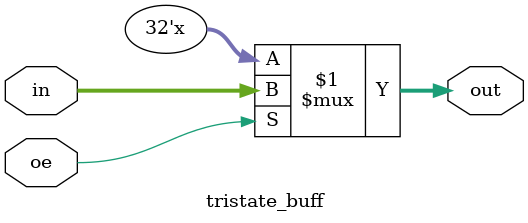
<source format=v>
module tristate_buff(out, in, oe);
    
    input [31:0] in;
    input oe;
    output [31:0] out;
    
    assign out = oe ? in : {32{1'bz}};

endmodule
</source>
